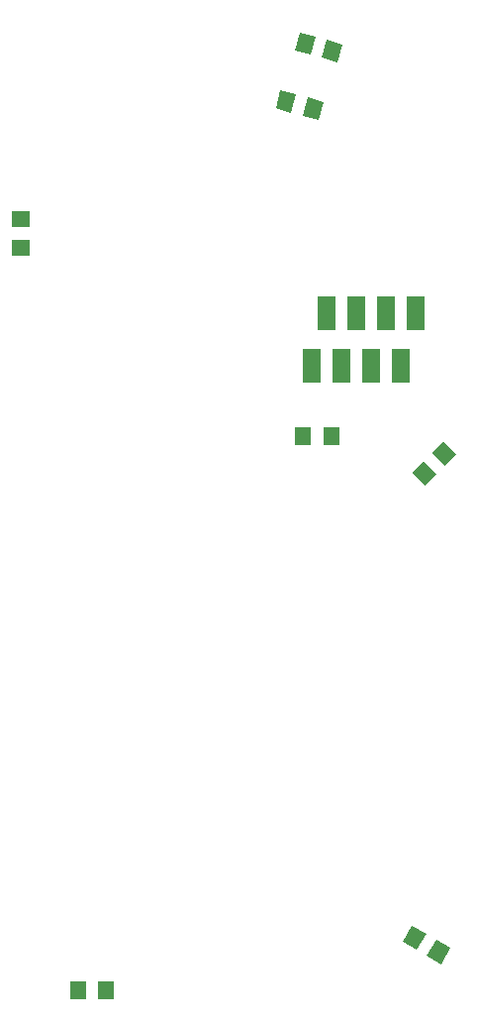
<source format=gbr>
G04 EAGLE Gerber RS-274X export*
G75*
%MOMM*%
%FSLAX34Y34*%
%LPD*%
%INSolderpaste Bottom*%
%IPPOS*%
%AMOC8*
5,1,8,0,0,1.08239X$1,22.5*%
G01*
G04 Define Apertures*
%ADD10R,1.400000X1.600000*%
%ADD11R,1.600000X1.400000*%
%ADD12R,1.500000X3.000000*%
D10*
X165000Y193900D03*
X189000Y193900D03*
X357900Y667000D03*
X381900Y667000D03*
D11*
G36*
X442846Y235172D02*
X450846Y249028D01*
X462970Y242028D01*
X454970Y228172D01*
X442846Y235172D01*
G37*
G36*
X463630Y223172D02*
X471630Y237028D01*
X483754Y230028D01*
X475754Y216172D01*
X463630Y223172D01*
G37*
G36*
X462122Y624709D02*
X450809Y636022D01*
X460708Y645921D01*
X472021Y634608D01*
X462122Y624709D01*
G37*
G36*
X479092Y641679D02*
X467779Y652992D01*
X477678Y662891D01*
X488991Y651578D01*
X479092Y641679D01*
G37*
X116200Y828400D03*
X116200Y852400D03*
G36*
X334277Y947191D02*
X338419Y962645D01*
X351941Y959021D01*
X347799Y943567D01*
X334277Y947191D01*
G37*
G36*
X357459Y940979D02*
X361601Y956433D01*
X375123Y952809D01*
X370981Y937355D01*
X357459Y940979D01*
G37*
G36*
X391389Y1001978D02*
X387247Y986524D01*
X373725Y990148D01*
X377867Y1005602D01*
X391389Y1001978D01*
G37*
G36*
X368207Y1008190D02*
X364065Y992736D01*
X350543Y996360D01*
X354685Y1011814D01*
X368207Y1008190D01*
G37*
D12*
X454450Y772500D03*
X429050Y772500D03*
X403650Y772500D03*
X378250Y772500D03*
X441750Y727500D03*
X416350Y727500D03*
X390950Y727500D03*
X365550Y727500D03*
M02*

</source>
